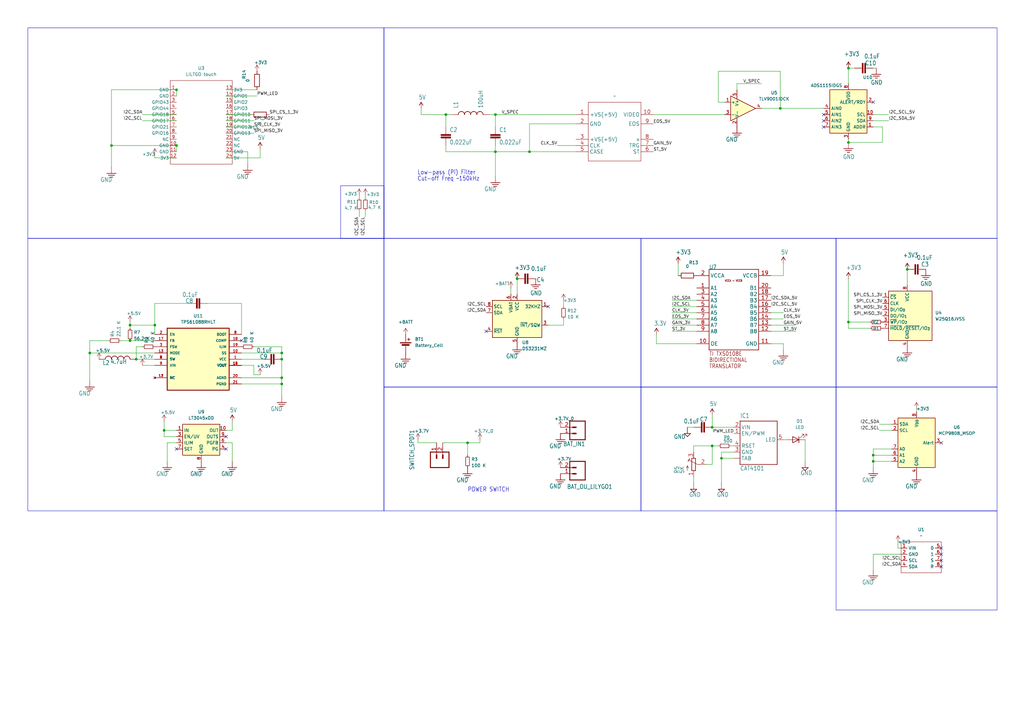
<source format=kicad_sch>
(kicad_sch (version 20250114) (generator "eeschema") (generator_version "9.0")
  (paper "A3")
  (rectangle (start 342.9 158.75) (end 408.94 209.55))
  (rectangle (start 262.89 97.79) (end 342.9 158.75))
  (rectangle (start 11.43 11.43) (end 157.48 97.79))
  (rectangle (start 342.9 209.55) (end 408.94 250.19))
  (rectangle (start 139.7 76.2) (end 157.48 97.79))
  (rectangle (start 262.89 158.75) (end 342.9 209.55))
  (rectangle (start 157.48 97.79) (end 262.89 158.75))
  (rectangle (start 157.48 11.43) (end 408.94 97.79))
  (rectangle (start 11.43 97.79) (end 157.48 209.55))
  (rectangle (start 342.9 97.79) (end 408.94 158.75))
  (text "Low-pass (Pi) Filter" (at 171.196 71.882 0) (effects (font (size 1.778 1.5113)) (justify left bottom)))
  (text "POWER SWITCH" (at 191.77 201.93 0) (effects (font (size 1.778 1.5113)) (justify left bottom)))
  (text "Cut-off Freq ~150kHz" (at 171.196 74.422 0) (effects (font (size 1.778 1.5113)) (justify left bottom)))
  (junction (at 67.31 176.53))
  (junction (at 358.14 186.69))
  (junction (at 115.57 157.48))
  (junction (at 212.09 114.3))
  (junction (at 203.2 62.23))
  (junction (at 55.88 147.32))
  (junction (at 292.1 182.88))
  (junction (at 347.98 27.94))
  (junction (at 115.57 154.94))
  (junction (at 295.91 187.96))
  (junction (at 372.11 110.49))
  (junction (at 182.88 46.99))
  (junction (at 115.57 147.32))
  (junction (at 203.2 46.99))
  (junction (at 115.57 144.78))
  (junction (at 292.1 175.26))
  (junction (at 217.17 62.23))
  (junction (at 358.14 189.23))
  (junction (at 53.34 139.7))
  (junction (at 191.77 181.61))
  (junction (at 45.72 59.69))
  (junction (at 63.5 133.35))
  (junction (at 72.39 59.69))
  (junction (at 347.98 132.08))
  (junction (at 53.34 133.35))
  (junction (at 347.98 58.42))
  (junction (at 36.83 144.78))
  (junction (at 320.04 44.45))
  (junction (at 72.39 36.83))
  (no_connect (at 386.08 229.87))
  (no_connect (at 337.82 49.53))
  (no_connect (at 358.14 41.91))
  (no_connect (at 199.39 135.89))
  (no_connect (at 92.71 179.07))
  (no_connect (at 386.08 232.41))
  (no_connect (at 72.39 184.15))
  (no_connect (at 224.79 125.73))
  (no_connect (at 337.82 46.99))
  (no_connect (at 337.82 52.07))
  (no_connect (at 386.08 224.79))
  (no_connect (at 99.06 139.7))
  (no_connect (at 92.71 184.15))
  (no_connect (at 386.08 227.33))
  (no_connect (at 386.08 181.61))
  (wire (pts (xy 115.57 144.78) (xy 115.57 147.32)))
  (wire (pts (xy 105.41 36.83) (xy 92.71 36.83)))
  (wire (pts (xy 368.3 222.25) (xy 368.3 224.79)))
  (wire (pts (xy 347.98 114.3) (xy 347.98 132.08)))
  (wire (pts (xy 284.48 198.12) (xy 284.48 195.58)) (stroke (width 0.1524)))
  (wire (pts (xy 321.31 140.97) (xy 321.31 143.51)) (stroke (width 0.1524)))
  (wire (pts (xy 203.2 52.07) (xy 203.2 46.99)) (stroke (width 0.1524)))
  (wire (pts (xy 212.09 114.3) (xy 212.09 120.65)))
  (wire (pts (xy 294.64 29.21) (xy 294.64 41.91)) (stroke (width 0.1524)))
  (wire (pts (xy 58.42 149.86) (xy 63.5 149.86)))
  (wire (pts (xy 316.23 140.97) (xy 321.31 140.97)) (stroke (width 0.1524)))
  (wire (pts (xy 72.39 179.07) (xy 67.31 179.07)))
  (wire (pts (xy 269.24 137.16) (xy 269.24 140.97)) (stroke (width 0.1524)))
  (wire (pts (xy 172.72 46.99) (xy 172.72 44.45)) (stroke (width 0.1524)))
  (wire (pts (xy 364.49 49.53) (xy 358.14 49.53)))
  (wire (pts (xy 99.06 157.48) (xy 115.57 157.48)))
  (wire (pts (xy 45.72 59.69) (xy 72.39 59.69)))
  (wire (pts (xy 99.06 124.46) (xy 99.06 137.16)))
  (wire (pts (xy 284.48 182.88) (xy 292.1 182.88)) (stroke (width 0.1524)))
  (wire (pts (xy 203.2 62.23) (xy 182.88 62.23)) (stroke (width 0.1524)))
  (wire (pts (xy 347.98 132.08) (xy 356.87 132.08)))
  (wire (pts (xy 358.14 189.23) (xy 365.76 189.23)))
  (wire (pts (xy 106.68 64.77) (xy 106.68 60.96)))
  (wire (pts (xy 102.87 46.99) (xy 92.71 46.99)))
  (wire (pts (xy 360.68 173.99) (xy 365.76 173.99)))
  (wire (pts (xy 191.77 181.61) (xy 196.85 181.61)) (stroke (width 0.1524)))
  (wire (pts (xy 53.34 132.08) (xy 53.34 133.35)))
  (wire (pts (xy 292.1 175.26) (xy 300.99 175.26)))
  (wire (pts (xy 347.98 27.94) (xy 347.98 34.29)))
  (wire (pts (xy 292.1 190.5) (xy 292.1 182.88)) (stroke (width 0.1524)))
  (wire (pts (xy 53.34 133.35) (xy 53.34 134.62)))
  (wire (pts (xy 347.98 58.42) (xy 347.98 57.15)))
  (wire (pts (xy 92.71 64.77) (xy 106.68 64.77)))
  (wire (pts (xy 45.72 68.58) (xy 45.72 59.69)))
  (wire (pts (xy 320.04 44.45) (xy 337.82 44.45)) (stroke (width 0.1524)))
  (wire (pts (xy 95.25 181.61) (xy 95.25 189.23)))
  (wire (pts (xy 53.34 139.7) (xy 63.5 139.7)))
  (wire (pts (xy 316.23 133.35) (xy 326.39 133.35)) (stroke (width 0.1524)))
  (wire (pts (xy 294.64 41.91) (xy 297.18 41.91)) (stroke (width 0.1524)))
  (wire (pts (xy 115.57 154.94) (xy 115.57 157.48)))
  (wire (pts (xy 275.59 125.73) (xy 285.75 125.73)))
  (wire (pts (xy 189.23 181.61) (xy 191.77 181.61)) (stroke (width 0.1524)))
  (wire (pts (xy 104.14 49.53) (xy 92.71 49.53)))
  (wire (pts (xy 95.25 176.53) (xy 92.71 176.53)))
  (wire (pts (xy 321.31 130.81) (xy 316.23 130.81)))
  (wire (pts (xy 278.13 107.95) (xy 278.13 113.03)))
  (wire (pts (xy 115.57 162.56) (xy 115.57 157.48)))
  (wire (pts (xy 72.39 36.83) (xy 72.39 39.37)))
  (wire (pts (xy 67.31 179.07) (xy 67.31 176.53)))
  (wire (pts (xy 312.42 44.45) (xy 320.04 44.45)) (stroke (width 0.1524)))
  (wire (pts (xy 358.14 227.33) (xy 369.57 227.33)))
  (wire (pts (xy 358.14 52.07) (xy 361.95 52.07)))
  (wire (pts (xy 182.88 52.07) (xy 182.88 46.99)) (stroke (width 0.1524)))
  (wire (pts (xy 68.58 181.61) (xy 72.39 181.61)))
  (wire (pts (xy 55.88 147.32) (xy 63.5 147.32)))
  (wire (pts (xy 171.45 181.61) (xy 171.45 180.34)))
  (polyline (pts (xy 262.89 158.75) (xy 157.48 158.75)) (stroke (width 0.1524) (type solid)))
  (wire (pts (xy 181.61 181.61) (xy 189.23 181.61)))
  (wire (pts (xy 99.06 147.32) (xy 107.95 147.32)))
  (wire (pts (xy 292.1 182.88) (xy 294.64 182.88)))
  (wire (pts (xy 321.31 180.34) (xy 322.58 180.34)))
  (wire (pts (xy 72.39 59.69) (xy 72.39 62.23)))
  (wire (pts (xy 302.26 36.83) (xy 302.26 34.29)) (stroke (width 0.1524)))
  (wire (pts (xy 267.97 46.99) (xy 297.18 46.99)))
  (wire (pts (xy 67.31 176.53) (xy 72.39 176.53)))
  (wire (pts (xy 365.76 186.69) (xy 358.14 186.69)))
  (wire (pts (xy 104.14 142.24) (xy 115.57 142.24)))
  (wire (pts (xy 203.2 46.99) (xy 236.22 46.99)) (stroke (width 0.1524)))
  (wire (pts (xy 358.14 27.94) (xy 359.41 27.94)))
  (wire (pts (xy 101.6 67.31) (xy 101.6 62.23)))
  (wire (pts (xy 347.98 134.62) (xy 347.98 132.08)))
  (wire (pts (xy 191.77 181.61) (xy 191.77 186.69)))
  (wire (pts (xy 179.07 181.61) (xy 171.45 181.61)))
  (wire (pts (xy 58.42 142.24) (xy 55.88 142.24)))
  (wire (pts (xy 68.58 189.23) (xy 68.58 181.61)))
  (wire (pts (xy 372.11 110.49) (xy 372.11 116.84)))
  (wire (pts (xy 285.75 135.89) (xy 275.59 135.89)) (stroke (width 0.1524)))
  (wire (pts (xy 365.76 184.15) (xy 358.14 184.15)))
  (wire (pts (xy 350.52 27.94) (xy 347.98 27.94)))
  (wire (pts (xy 364.49 46.99) (xy 358.14 46.99)))
  (wire (pts (xy 321.31 128.27) (xy 316.23 128.27)))
  (wire (pts (xy 358.14 233.68) (xy 358.14 227.33)))
  (wire (pts (xy 85.09 124.46) (xy 99.06 124.46)))
  (wire (pts (xy 55.88 142.24) (xy 55.88 147.32)))
  (wire (pts (xy 295.91 185.42) (xy 295.91 187.96)) (stroke (width 0.1524)))
  (wire (pts (xy 115.57 154.94) (xy 99.06 154.94)))
  (wire (pts (xy 106.68 153.67) (xy 104.14 153.67)))
  (wire (pts (xy 358.14 184.15) (xy 358.14 186.69)))
  (wire (pts (xy 63.5 124.46) (xy 63.5 133.35)))
  (wire (pts (xy 182.88 46.99) (xy 172.72 46.99)) (stroke (width 0.1524)))
  (wire (pts (xy 182.88 59.69) (xy 182.88 62.23)) (stroke (width 0.1524)))
  (wire (pts (xy 36.83 139.7) (xy 44.45 139.7)))
  (wire (pts (xy 275.59 130.81) (xy 285.75 130.81)))
  (wire (pts (xy 58.42 49.53) (xy 72.39 49.53)))
  (wire (pts (xy 149.86 86.36) (xy 149.86 88.9)))
  (wire (pts (xy 316.23 135.89) (xy 326.39 135.89)) (stroke (width 0.1524)))
  (wire (pts (xy 92.71 181.61) (xy 95.25 181.61)))
  (wire (pts (xy 67.31 172.72) (xy 67.31 176.53)))
  (wire (pts (xy 36.83 156.21) (xy 36.83 144.78)))
  (wire (pts (xy 196.85 180.34) (xy 196.85 181.61)))
  (wire (pts (xy 149.86 80.01) (xy 149.86 81.28)))
  (wire (pts (xy 72.39 36.83) (xy 45.72 36.83)))
  (wire (pts (xy 320.04 44.45) (xy 320.04 29.21)) (stroke (width 0.1524)))
  (wire (pts (xy 104.14 149.86) (xy 99.06 149.86)))
  (wire (pts (xy 49.53 139.7) (xy 53.34 139.7)))
  (wire (pts (xy 231.14 130.81) (xy 231.14 133.35)))
  (wire (pts (xy 217.17 62.23) (xy 236.22 62.23)) (stroke (width 0.1524)))
  (wire (pts (xy 115.57 147.32) (xy 115.57 154.94)))
  (wire (pts (xy 217.17 50.8) (xy 217.17 62.23)))
  (wire (pts (xy 368.3 224.79) (xy 369.57 224.79)))
  (wire (pts (xy 99.06 144.78) (xy 115.57 144.78)))
  (wire (pts (xy 275.59 123.19) (xy 285.75 123.19)))
  (wire (pts (xy 104.14 153.67) (xy 104.14 149.86)))
  (wire (pts (xy 228.6 59.69) (xy 236.22 59.69)))
  (wire (pts (xy 292.1 170.18) (xy 292.1 175.26)))
  (wire (pts (xy 63.5 64.77) (xy 72.39 64.77)))
  (wire (pts (xy 203.2 59.69) (xy 203.2 62.23)) (stroke (width 0.1524)))
  (wire (pts (xy 361.95 52.07) (xy 361.95 58.42)))
  (wire (pts (xy 316.23 113.03) (xy 321.31 113.03)) (stroke (width 0.1524)))
  (wire (pts (xy 77.47 124.46) (xy 63.5 124.46)))
  (wire (pts (xy 361.95 58.42) (xy 347.98 58.42)))
  (wire (pts (xy 320.04 29.21) (xy 294.64 29.21)) (stroke (width 0.1524)))
  (wire (pts (xy 36.83 144.78) (xy 63.5 144.78)))
  (wire (pts (xy 95.25 172.72) (xy 95.25 176.53)))
  (wire (pts (xy 203.2 62.23) (xy 203.2 72.39)) (stroke (width 0.1524)))
  (wire (pts (xy 358.14 186.69) (xy 358.14 189.23)))
  (wire (pts (xy 209.55 118.11) (xy 209.55 120.65)))
  (polyline (pts (xy 157.48 158.75) (xy 157.48 209.55)) (stroke (width 0.1524) (type solid)))
  (wire (pts (xy 224.79 133.35) (xy 231.14 133.35)))
  (wire (pts (xy 212.09 113.03) (xy 212.09 114.3)))
  (polyline (pts (xy 157.48 209.55) (xy 262.89 209.55)) (stroke (width 0.1524) (type solid)))
  (wire (pts (xy 299.72 182.88) (xy 300.99 182.88)) (stroke (width 0.1524)))
  (wire (pts (xy 203.2 62.23) (xy 217.17 62.23)) (stroke (width 0.1524)))
  (polyline (pts (xy 262.89 209.55) (xy 262.89 158.75)) (stroke (width 0.1524) (type solid)))
  (wire (pts (xy 231.14 123.19) (xy 231.14 125.73)))
  (wire (pts (xy 182.88 46.99) (xy 185.42 46.99)) (stroke (width 0.1524)))
  (wire (pts (xy 289.56 190.5) (xy 292.1 190.5)) (stroke (width 0.1524)))
  (wire (pts (xy 302.26 34.29) (xy 312.42 34.29)) (stroke (width 0.1524)))
  (wire (pts (xy 63.5 63.5) (xy 63.5 64.77)))
  (wire (pts (xy 269.24 140.97) (xy 285.75 140.97)) (stroke (width 0.1524)))
  (wire (pts (xy 236.22 50.8) (xy 217.17 50.8)))
  (wire (pts (xy 104.14 52.07) (xy 92.71 52.07)))
  (wire (pts (xy 358.14 189.23) (xy 358.14 191.77)))
  (wire (pts (xy 295.91 187.96) (xy 295.91 198.12)) (stroke (width 0.1524)))
  (wire (pts (xy 200.66 46.99) (xy 203.2 46.99)) (stroke (width 0.1524)))
  (wire (pts (xy 321.31 113.03) (xy 321.31 107.95)) (stroke (width 0.1524)))
  (wire (pts (xy 147.32 80.01) (xy 147.32 81.28)))
  (wire (pts (xy 45.72 36.83) (xy 45.72 59.69)))
  (wire (pts (xy 300.99 185.42) (xy 295.91 185.42)) (stroke (width 0.1524)))
  (wire (pts (xy 105.41 39.37) (xy 92.71 39.37)))
  (wire (pts (xy 63.5 137.16) (xy 63.5 133.35)))
  (wire (pts (xy 281.94 175.26) (xy 284.48 175.26)) (stroke (width 0.1524)))
  (wire (pts (xy 58.42 46.99) (xy 72.39 46.99)))
  (wire (pts (xy 284.48 185.42) (xy 284.48 182.88)) (stroke (width 0.1524)))
  (wire (pts (xy 275.59 128.27) (xy 285.75 128.27)))
  (wire (pts (xy 115.57 142.24) (xy 115.57 144.78)))
  (wire (pts (xy 356.87 134.62) (xy 347.98 134.62)))
  (wire (pts (xy 360.68 176.53) (xy 365.76 176.53)))
  (wire (pts (xy 36.83 144.78) (xy 36.83 139.7)))
  (wire (pts (xy 63.5 133.35) (xy 53.34 133.35)))
  (wire (pts (xy 147.32 86.36) (xy 147.32 88.9)))
  (wire (pts (xy 330.2 189.23) (xy 330.2 180.34)))
  (wire (pts (xy 101.6 62.23) (xy 92.71 62.23)))
  (wire (pts (xy 285.75 133.35) (xy 275.59 133.35)) (stroke (width 0.1524)))
  (wire (pts (xy 104.14 54.61) (xy 92.71 54.61)))
  (wire (pts (xy 375.92 167.64) (xy 375.92 168.91)))
  (wire (pts (xy 300.99 187.96) (xy 295.91 187.96)) (stroke (width 0.1524)))
  (label "I2C_SDA_5V" (at 316.23 123.19 0) (effects (font (size 1.2446 1.2446))))
  (label "V_SPEC" (at 304.8 34.29 0) (effects (font (size 1.2446 1.2446))))
  (label "I2C_SDA" (at 369.57 232.41 180))
  (label "I2C_SCL" (at 149.86 88.9 270))
  (label "ST_3V" (at 275.59 135.89 0) (effects (font (size 1.2446 1.2446))))
  (label "I2C_SDA" (at 58.42 46.99 180))
  (label "SPI_CLK_3V" (at 104.14 52.07 0) (effects (font (size 1.2446 1.2446))))
  (label "CLK_5V" (at 228.6 59.69 180) (effects (font (size 1.2446 1.2446))))
  (label "I2C_SCL" (at 58.42 49.53 180))
  (label "GAIN_5V" (at 267.97 59.69 0) (effects (font (size 1.2446 1.2446))))
  (label "I2C_SCL" (at 275.59 125.73 0) (effects (font (size 1.2446 1.2446))))
  (label "GAIN_3V" (at 275.59 133.35 0) (effects (font (size 1.2446 1.2446))))
  (label "ST_5V" (at 267.97 62.23 0) (effects (font (size 1.2446 1.2446))))
  (label "EOS_5V" (at 267.97 50.8 0) (effects (font (size 1.2446 1.2446))))
  (label "I2C_SCL" (at 199.39 125.73 180))
  (label "EOS_5V" (at 321.31 130.81 0) (effects (font (size 1.2446 1.2446))))
  (label "SPI_MISO_3V" (at 104.14 54.61 0) (effects (font (size 1.2446 1.2446))))
  (label "CLK_5V" (at 321.31 128.27 0) (effects (font (size 1.2446 1.2446))))
  (label "SPI_MISO_3V" (at 361.95 129.54 180) (effects (font (size 1.2446 1.2446))))
  (label "V_SPEC" (at 205.74 46.99 0) (effects (font (size 1.2446 1.2446))))
  (label "GAIN_5V" (at 321.31 133.35 0) (effects (font (size 1.2446 1.2446))))
  (label "SPI_CLK_3V" (at 361.95 124.46 180) (effects (font (size 1.2446 1.2446))))
  (label "I2C_SCL_5V" (at 316.23 125.73 0) (effects (font (size 1.2446 1.2446))))
  (label "SPI_CS_1_3V" (at 110.49 46.99 0) (effects (font (size 1.2446 1.2446))))
  (label "EOS_3V" (at 275.59 130.81 0) (effects (font (size 1.2446 1.2446))))
  (label "SPI_CS_1_3V" (at 361.95 121.92 180) (effects (font (size 1.2446 1.2446))))
  (label "I2C_SCL" (at 369.57 229.87 180))
  (label "I2C_SDA" (at 275.59 123.19 0) (effects (font (size 1.2446 1.2446))))
  (label "I2C_SCL_5V" (at 364.49 46.99 0) (effects (font (size 1.2446 1.2446))))
  (label "I2C_SDA_5V" (at 364.49 49.53 0) (effects (font (size 1.2446 1.2446))))
  (label "I2C_SCL" (at 360.68 176.53 180))
  (label "PWM_LED" (at 105.41 39.37 0) (effects (font (size 1.2446 1.2446))))
  (label "I2C_SDA" (at 360.68 173.99 180))
  (label "SPI_MOSI_3V" (at 104.14 49.53 0) (effects (font (size 1.2446 1.2446))))
  (label "SPI_MOSI_3V" (at 361.95 127 180) (effects (font (size 1.2446 1.2446))))
  (label "PWM_LED" (at 300.99 177.8 180) (effects (font (size 1.2446 1.2446))))
  (label "I2C_SDA" (at 199.39 128.27 180))
  (label "ST_5V" (at 321.31 135.89 0) (effects (font (size 1.2446 1.2446))))
  (label "I2C_SDA" (at 147.32 88.9 270))
  (label "CLK_3V" (at 275.59 128.27 0) (effects (font (size 1.2446 1.2446))))
  (symbol (lib_id "motherboard_rev0-eagle-import:M02-JST-2MM-SMT") (at 181.61 189.23 90) (unit 1)
    (property "Reference" "SWITCH_SPDT1" (at 169.926 192.786 0) (effects (font (size 1.778 1.5113)) (justify left bottom)))
    (property "Value" "M02-JST-2MM-SMT" (effects (hide yes)))
    (property "Footprint" "Connector_JST:JST_EH_S2B-EH_1x02_P2.50mm_Horizontal" (effects (hide yes)))
    (property "Datasheet" "https://www.jst.fr/doc/jst/pdf/jst-connector-catalogue-vol-120e.pdf" (effects (hide yes)))
  )
  (symbol (lib_id "power:+3.3V") (at 171.45 180.34 0) (unit 1)
    (property "Reference" "#PWR010" (effects (hide yes)))
    (property "Value" "+3.7V" (at 172.974 176.784 0))
  )
  (symbol (lib_id "Device:R") (at 105.41 33.02 180) (unit 1)
    (property "Reference" "R14" (at 100.076 30.48 90))
    (property "Value" "0" (at 101.6 33.02 90))
    (property "Footprint" "Resistor_SMD:R_0603_1608Metric" (effects (hide yes)))
    (property "Description" "Resistor" (effects (hide yes)))
  )
  (symbol (lib_id "sensorboard_spectrometer_rev0-eagle-import:notes_mark5_CAP0603") (at 217.17 114.3 90) (unit 1)
    (property "Reference" "C4" (at 223.266 113.792 90) (effects (font (size 1.778 1.5113)) (justify left bottom)))
    (property "Value" "0.1uF" (at 224.282 109.22 90) (effects (font (size 1.778 1.5113)) (justify left bottom)))
    (property "Footprint" "Capacitor_SMD:C_0603_1608Metric" (effects (hide yes)))
    (property "Datasheet" "https://www.yageogroup.com/content/datasheet/asset/file/KEM_C1002_X7R_SMD" (effects (hide yes)))
    (property "MP" "C0603C104K3RACTU" (effects (hide yes)))
  )
  (symbol (lib_id "Device:R_Small") (at 359.41 132.08 90) (unit 1)
    (property "Reference" "R2" (at 360.426 132.08 90) (effects (justify left)))
    (property "Value" "10 K" (effects (hide yes)))
    (property "Footprint" "Resistor_SMD:R_0603_1608Metric" (effects (hide yes)))
    (property "Datasheet" "https://www.vishay.com/docs/60018/eh.pdf" (effects (hide yes)))
    (property "LCSC" "C25804" (effects (hide yes)))
    (property "MP" "M55342E12B10B0RT5" (effects (hide yes)))
  )
  (symbol (lib_id "Memory_Flash:W25Q16JVSS") (at 372.11 129.54 0) (unit 1)
    (property "Reference" "U4" (at 383.54 128.2699 0) (effects (justify left)))
    (property "Value" "W25Q16JVSS" (at 383.54 130.8099 0) (effects (justify left)))
    (property "Footprint" "Package_SO:SOIC-8_5.3x5.3mm_P1.27mm" (effects (hide yes)))
    (property "Datasheet" "https://www.winbond.com/hq/support/documentation/levelOne.jsp?__locale=en&DocNo=DA00-W25Q16JV.1" (effects (hide yes)))
    (property "Description" "16Mbit / 2MiB Serial Flash Memory, Standard/Dual/Quad SPI, 2.7-3.6V, SOIC-8 (208 mil)" (effects (hide yes)))
  )
  (symbol (lib_id "sensorboard_spectrometer_rev0-eagle-import:notes_mark5_GND") (at 375.92 196.85 0) (unit 1)
    (property "Reference" "#GND014" (effects (hide yes)))
    (property "Value" "GND" (at 371.348 200.406 0) (effects (font (size 1.778 1.5113)) (justify left bottom)))
  )
  (symbol (lib_id "sensorboard_spectrometer_rev0-eagle-import:INDUCTOR0805") (at 48.26 147.32 90) (unit 1)
    (property "Reference" "L2" (at 44.958 147.828 90) (effects (font (size 1.778 1.5113)) (justify left bottom)))
    (property "Value" "4.7uH" (at 52.07 147.32 90) (effects (font (size 1.778 1.5113)) (justify left bottom)))
    (property "Footprint" "Inductor_SMD:L_0603_1608Metric" (effects (hide yes)))
    (property "Datasheet" "https://search.murata.co.jp/Ceramy/image/img/P02/JELF243A-0111.pdf" (effects (hide yes)))
    (property "MP" "LQW18AS4N7G00D" (effects (hide yes)))
  )
  (symbol (lib_id "Device:Battery_Cell") (at 166.37 142.24 0) (unit 1)
    (property "Reference" "BT1" (at 170.18 139.1284 0) (effects (justify left)))
    (property "Value" "Battery_Cell" (at 170.18 141.6684 0) (effects (justify left)))
    (property "Footprint" "Battery:BatteryHolder_MYOUNG_BS-07-A1BJ001_CR2032" (effects (hide yes)))
    (property "Datasheet" "https://www.mouser.be/datasheet/3/201/1/1058.PDF" (effects (hide yes)))
    (property "Description" "Single-cell battery" (effects (hide yes)))
  )
  (symbol (lib_id "sensorboard_spectrometer_rev0-eagle-import:5V") (at 106.68 60.96 0) (unit 1)
    (property "Reference" "#U$01" (effects (hide yes)))
    (property "Value" "5V" (at 105.664 57.404 0) (effects (font (size 1.778 1.5113)) (justify left bottom)))
  )
  (symbol (lib_id "sensorboard_spectrometer_rev0-eagle-import:3.3V") (at 347.98 27.94 0) (unit 1)
    (property "Reference" "#P+03" (effects (hide yes)))
    (property "Value" "+3V3" (at 346.202 23.114 0) (effects (font (size 1.778 1.5113)) (justify left bottom)))
  )
  (symbol (lib_id "sensorboard_spectrometer_rev0-eagle-import:3.3V") (at 269.24 137.16 0) (unit 1)
    (property "Reference" "#P+8" (effects (hide yes)))
    (property "Value" "3.3V" (at 268.224 133.604 0) (effects (font (size 1.778 1.5113)) (justify left bottom)))
  )
  (symbol (lib_id "power:+3.3V") (at 106.68 153.67 0) (unit 1)
    (property "Reference" "#PWR013" (effects (hide yes)))
    (property "Value" "+5.5V" (at 108.204 150.114 0))
  )
  (symbol (lib_id "sensoress:AS7331") (at 373.38 227.33 0) (unit 1)
    (property "Reference" "U1" (at 377.825 217.17 0))
    (property "Value" "~" (at 377.825 219.71 0))
    (property "Footprint" "mioss:as7331_SMD" (effects (hide yes)))
  )
  (symbol (lib_id "power:+3.3V") (at 67.31 172.72 0) (unit 1)
    (property "Reference" "#PWR018" (effects (hide yes)))
    (property "Value" "+5.5V" (at 68.834 169.164 0))
  )
  (symbol (lib_id "sensorboard_spectrometer_rev0-eagle-import:5V") (at 95.25 172.72 0) (unit 1)
    (property "Reference" "#U$03" (effects (hide yes)))
    (property "Value" "5V" (at 94.234 169.164 0) (effects (font (size 1.778 1.5113)) (justify left bottom)))
  )
  (symbol (lib_id "sensorboard_spectrometer_rev0-eagle-import:notes_mark5_CAP0603") (at 287.02 175.26 270) (unit 1)
    (property "Reference" "C7" (at 287.02 172.974 90) (effects (font (size 1.778 1.5113)) (justify left bottom)))
    (property "Value" "0.1uF" (at 280.416 173.736 90) (effects (font (size 1.778 1.5113)) (justify left bottom)))
    (property "Footprint" "Capacitor_SMD:C_0603_1608Metric" (effects (hide yes)))
    (property "Datasheet" "https://www.yageogroup.com/content/datasheet/asset/file/KEM_C1002_X7R_SMD" (effects (hide yes)))
    (property "MP" "C0603C104K3RACTU" (effects (hide yes)))
  )
  (symbol (lib_id "power:+3.3V") (at 196.85 180.34 0) (unit 1)
    (property "Reference" "#PWR09" (effects (hide yes)))
    (property "Value" "+3.7V_0" (at 198.374 176.784 0))
  )
  (symbol (lib_id "sensorboard_spectrometer_rev0-eagle-import:GND") (at 359.41 30.48 0) (unit 1)
    (property "Reference" "#GND021" (effects (hide yes)))
    (property "Value" "GND" (at 357.124 34.798 0) (effects (font (size 1.778 1.5113)) (justify left bottom)))
  )
  (symbol (lib_id "power:+3.3V") (at 147.32 80.01 0) (unit 1)
    (property "Reference" "#PWR020" (effects (hide yes)))
    (property "Value" "+3V3" (at 143.764 79.502 0))
  )
  (symbol (lib_id "sensorboard_spectrometer_rev0-eagle-import:GND") (at 321.31 146.05 0) (unit 1)
    (property "Reference" "#GND11" (effects (hide yes)))
    (property "Value" "GND" (at 316.738 149.606 0) (effects (font (size 1.778 1.5113)) (justify left bottom)))
  )
  (symbol (lib_id "Timer_RTC:DS3231MZ") (at 212.09 130.81 0) (unit 1)
    (property "Reference" "U8" (at 214.1094 140.4604 0) (effects (justify left)))
    (property "Value" "DS3231MZ" (at 214.1094 142.9973 0) (effects (justify left)))
    (property "Footprint" "Package_SO:SOIC-8_3.9x4.9mm_P1.27mm" (effects (hide yes)))
    (property "Datasheet" "http://datasheets.maximintegrated.com/en/ds/DS3231M.pdf" (effects (hide yes)))
    (property "LCSC" "C107410" (effects (hide yes)))
    (property "MP" "DS3231MZ+" (effects (hide yes)))
  )
  (symbol (lib_id "sensorboard_spectrometer_rev0-eagle-import:notes_mark5_CAP0603") (at 377.19 110.49 90) (unit 1)
    (property "Reference" "C3" (at 381 107.442 90) (effects (font (size 1.778 1.5113)) (justify left bottom)))
    (property "Value" "0.1uF" (at 382.524 104.648 90) (effects (font (size 1.778 1.5113)) (justify left bottom)))
    (property "Footprint" "Capacitor_SMD:C_0603_1608Metric" (effects (hide yes)))
    (property "Datasheet" "https://www.yageogroup.com/content/datasheet/asset/file/KEM_C1002_X7R_SMD" (effects (hide yes)))
    (property "MP" "C0603C104K3RACTU" (effects (hide yes)))
  )
  (symbol (lib_id "sensorboard_spectrometer_rev0-eagle-import:GND") (at 219.71 116.84 0) (unit 1)
    (property "Reference" "#GND013" (effects (hide yes)))
    (property "Value" "GND" (at 217.424 121.158 0) (effects (font (size 1.778 1.5113)) (justify left bottom)))
  )
  (symbol (lib_id "sensorboard_spectrometer_rev0-eagle-import:notes_mark5_GND") (at 45.72 71.12 0) (unit 1)
    (property "Reference" "#GND04" (effects (hide yes)))
    (property "Value" "GND" (at 41.148 74.676 0) (effects (font (size 1.778 1.5113)) (justify left bottom)))
  )
  (symbol (lib_id "sensorboard_spectrometer_rev0-eagle-import:3.3V") (at 278.13 107.95 0) (unit 1)
    (property "Reference" "#P+7" (effects (hide yes)))
    (property "Value" "+3V3" (at 277.114 104.394 0) (effects (font (size 1.778 1.5113)) (justify left bottom)))
  )
  (symbol (lib_id "power:+BATT") (at 209.55 118.11 0) (unit 1)
    (property "Reference" "#PWR04" (effects (hide yes)))
    (property "Value" "+BATT" (at 205.994 116.332 0))
    (property "Description" "Power symbol creates a global label with name \"+BATT\"" (effects (hide yes)))
  )
  (symbol (lib_id "Device:R") (at 281.94 113.03 90) (unit 1)
    (property "Reference" "R13" (at 284.48 107.696 90))
    (property "Value" "0" (at 281.94 109.22 90))
    (property "Footprint" "Resistor_SMD:R_0603_1608Metric" (effects (hide yes)))
    (property "Description" "Resistor" (effects (hide yes)))
  )
  (symbol (lib_id "sensorboard_spectrometer_rev0-eagle-import:GND") (at 347.98 60.96 0) (unit 1)
    (property "Reference" "#GND022" (effects (hide yes)))
    (property "Value" "GND" (at 345.694 65.278 0) (effects (font (size 1.778 1.5113)) (justify left bottom)))
  )
  (symbol (lib_id "Sensor_Temperature:MCP9808_MSOP") (at 375.92 181.61 0) (unit 1)
    (property "Reference" "U6" (at 392.43 175.1898 0))
    (property "Value" "MCP9808_MSOP" (at 392.43 177.7298 0))
    (property "Footprint" "Package_SO:MSOP-8_3x3mm_P0.65mm" (effects (hide yes)))
    (property "Datasheet" "http://ww1.microchip.com/downloads/en/DeviceDoc/22203b.pdf" (effects (hide yes)))
    (property "Description" "±0.25°C (±0.5°C) Typical (Maximum), Digital Temperature Sensor, MSOP-8" (effects (hide yes)))
    (property "MP" "MCP9808_MSOP" (effects (hide yes)))
  )
  (symbol (lib_id "motherboard_rev0-eagle-import:M02-JST-2MM-SMT") (at 237.49 175.26 180) (unit 1)
    (property "Reference" "BAT_IN1" (at 240.03 181.102 0) (effects (font (size 1.778 1.5113)) (justify left bottom)))
    (property "Value" "M02-JST-2MM-SMT" (effects (hide yes)))
    (property "Footprint" "Connector_JST:JST_EH_S2B-EH_1x02_P2.50mm_Horizontal" (effects (hide yes)))
    (property "Datasheet" "https://www.jst.fr/doc/jst/pdf/jst-connector-catalogue-vol-120e.pdf" (effects (hide yes)))
  )
  (symbol (lib_id "sensorboard_spectrometer_rev0-eagle-import:notes_mark5_GND") (at 101.6 69.85 0) (unit 1)
    (property "Reference" "#GND01" (effects (hide yes)))
    (property "Value" "GND" (at 97.028 73.406 0) (effects (font (size 1.778 1.5113)) (justify left bottom)))
  )
  (symbol (lib_id "sensorboard_spectrometer_rev0-eagle-import:notes_mark5_CAP0603") (at 355.6 27.94 90) (unit 1)
    (property "Reference" "C10" (at 359.41 24.892 90) (effects (font (size 1.778 1.5113)) (justify left bottom)))
    (property "Value" "0.1uF" (at 360.934 22.098 90) (effects (font (size 1.778 1.5113)) (justify left bottom)))
    (property "Footprint" "Capacitor_SMD:C_0603_1608Metric" (effects (hide yes)))
    (property "Datasheet" "https://www.yageogroup.com/content/datasheet/asset/file/KEM_C1002_X7R_SMD" (effects (hide yes)))
    (property "MP" "C0603C104K3RACTU" (effects (hide yes)))
  )
  (symbol (lib_id "power:+BATT") (at 166.37 137.16 0) (unit 1)
    (property "Reference" "#PWR03" (effects (hide yes)))
    (property "Value" "+BATT" (at 166.37 132.08 0))
    (property "Description" "Power symbol creates a global label with name \"+BATT\"" (effects (hide yes)))
  )
  (symbol (lib_id "F9ZYROSHVXBZZL3-eagle-import:GND") (at 330.2 191.77 0) (unit 1)
    (property "Reference" "#SUPPLY05" (effects (hide yes)))
    (property "Value" "GND" (at 328.295 194.945 0) (effects (font (size 1.778 1.5113)) (justify left bottom)))
  )
  (symbol (lib_id "power:+3.3V") (at 53.34 132.08 0) (unit 1)
    (property "Reference" "#PWR017" (effects (hide yes)))
    (property "Value" "+5.5V" (at 54.864 128.524 0))
  )
  (symbol (lib_id "sensorboard_spectrometer_rev0-eagle-import:GND") (at 379.73 113.03 0) (unit 1)
    (property "Reference" "#GND09" (effects (hide yes)))
    (property "Value" "GND" (at 377.444 117.348 0) (effects (font (size 1.778 1.5113)) (justify left bottom)))
  )
  (symbol (lib_id "sensorboard_spectrometer_rev0-eagle-import:notes_mark5_GND") (at 203.2 74.93 0) (unit 1)
    (property "Reference" "#GND2" (effects (hide yes)))
    (property "Value" "GND" (at 198.628 78.486 0) (effects (font (size 1.778 1.5113)) (justify left bottom)))
  )
  (symbol (lib_id "sensorboard_spectrometer_rev0-eagle-import:notes_mark5_GND") (at 302.26 54.61 0) (unit 1)
    (property "Reference" "#GND3" (effects (hide yes)))
    (property "Value" "GND" (at 297.688 58.166 0) (effects (font (size 1.778 1.5113)) (justify left bottom)))
  )
  (symbol (lib_id "sensorboard_spectrometer_rev0-eagle-import:notes_mark5_CAP0603") (at 113.03 147.32 90) (unit 1)
    (property "Reference" "C9" (at 109.728 145.288 90) (effects (font (size 1.778 1.5113)) (justify left bottom)))
    (property "Value" "0.1uF" (at 111.76 142.748 90) (effects (font (size 1.778 1.5113)) (justify left bottom)))
    (property "Footprint" "Capacitor_SMD:C_0603_1608Metric" (effects (hide yes)))
    (property "Datasheet" "https://www.yageogroup.com/content/datasheet/asset/file/KEM_C1002_X7R_SMD" (effects (hide yes)))
    (property "MP" "C0603C104K3RACTU" (effects (hide yes)))
  )
  (symbol (lib_id "sensorboard_spectrometer_rev0-eagle-import:notes_mark5_GND") (at 358.14 236.22 0) (unit 1)
    (property "Reference" "#GND05" (effects (hide yes)))
    (property "Value" "GND" (at 353.568 239.776 0) (effects (font (size 1.778 1.5113)) (justify left bottom)))
  )
  (symbol (lib_id "power:+3.3V") (at 58.42 149.86 0) (unit 1)
    (property "Reference" "#PWR012" (effects (hide yes)))
    (property "Value" "+3.7V" (at 59.944 146.304 0))
  )
  (symbol (lib_id "sensoress:C12880MA") (at 247.65 53.34 0) (unit 1)
    (property "Reference" "U2" (effects (hide yes)))
    (property "Value" "~" (at 252.095 39.37 0))
    (property "Footprint" "mioss:C12880MA_SMD" (effects (hide yes)))
  )
  (symbol (lib_id "sensorboard_spectrometer_rev0-eagle-import:5V") (at 292.1 170.18 0) (unit 1)
    (property "Reference" "#U$02" (effects (hide yes)))
    (property "Value" "5V" (at 291.084 166.624 0) (effects (font (size 1.778 1.5113)) (justify left bottom)))
  )
  (symbol (lib_id "sensorboard_spectrometer_rev0-eagle-import:notes_mark5_GND") (at 82.55 191.77 0) (unit 1)
    (property "Reference" "#GND019" (effects (hide yes)))
    (property "Value" "GND" (at 77.978 195.326 0) (effects (font (size 1.778 1.5113)) (justify left bottom)))
  )
  (symbol (lib_id "power:+3.3V") (at 229.87 191.77 0) (unit 1)
    (property "Reference" "#PWR08" (effects (hide yes)))
    (property "Value" "+3.7V" (at 231.394 188.214 0))
  )
  (symbol (lib_id "micross:lilugo-touch_1.9{dblquote}") (at 85.09 49.53 0) (unit 1)
    (property "Reference" "U3" (at 82.55 27.94 0))
    (property "Value" "LILTGO touch" (at 82.55 30.48 0))
    (property "Footprint" "micross:Untitled" (effects (hide yes)))
    (property "Datasheet" "https://github.com/Xinyuan-LilyGO/T-Display-S3" (effects (hide yes)))
  )
  (symbol (lib_id "sensorboard_spectrometer_rev0-eagle-import:notes_mark5_GND") (at 229.87 196.85 0) (unit 1)
    (property "Reference" "#GND012" (effects (hide yes)))
    (property "Value" "GND" (at 225.298 200.406 0) (effects (font (size 1.778 1.5113)) (justify left bottom)))
  )
  (symbol (lib_id "sensorboard_spectrometer_rev0-eagle-import:notes_mark5_GND") (at 212.09 143.51 0) (unit 1)
    (property "Reference" "#GND06" (effects (hide yes)))
    (property "Value" "GND" (at 207.518 147.066 0) (effects (font (size 1.778 1.5113)) (justify left bottom)))
  )
  (symbol (lib_id "F9ZYROSHVXBZZL3-eagle-import:GND") (at 295.91 200.66 0) (unit 1)
    (property "Reference" "#SUPPLY2" (effects (hide yes)))
    (property "Value" "GND" (at 294.005 203.835 0) (effects (font (size 1.778 1.5113)) (justify left bottom)))
  )
  (symbol (lib_id "Device:R_Small") (at 147.32 83.82 0) (unit 1)
    (property "Reference" "R11" (at 142.24 82.804 0) (effects (justify left)))
    (property "Value" "4.7 K" (at 141.224 85.344 0) (effects (justify left)))
    (property "Footprint" "Resistor_SMD:R_0603_1608Metric" (effects (hide yes)))
    (property "Datasheet" "https://www.vishay.com/docs/31010/rcwpm.pdf" (effects (hide yes)))
    (property "LCSC" "C25804" (effects (hide yes)))
    (property "MP" "M55342K12B4E75RS2" (effects (hide yes)))
  )
  (symbol (lib_id "Device:R_Small") (at 60.96 142.24 90) (unit 1)
    (property "Reference" "R9" (at 60.1253 140.7414 0) (effects (justify left)))
    (property "Value" "40 K" (at 62.6622 140.7414 0) (effects (justify left)))
    (property "Footprint" "Resistor_SMD:R_0603_1608Metric" (effects (hide yes)))
    (property "Datasheet" "https://www.vishay.com/docs/31010/rcwpm.pdf" (effects (hide yes)))
    (property "LCSC" "C25804" (effects (hide yes)))
    (property "MP" "M55342K12B39E2RS2" (effects (hide yes)))
  )
  (symbol (lib_id "Device:R") (at 106.68 46.99 270) (unit 1)
    (property "Reference" "R15" (at 104.14 52.324 90))
    (property "Value" "0" (at 106.68 50.8 90))
    (property "Footprint" "Resistor_SMD:R_0603_1608Metric" (effects (hide yes)))
    (property "Description" "Resistor" (effects (hide yes)))
  )
  (symbol (lib_id "Device:R_Small") (at 149.86 83.82 0) (unit 1)
    (property "Reference" "R10" (at 151.3586 82.9853 0) (effects (justify left)))
    (property "Value" "4.7 K" (at 150.876 85.09 0) (effects (justify left)))
    (property "Footprint" "Resistor_SMD:R_0603_1608Metric" (effects (hide yes)))
    (property "Datasheet" "https://www.vishay.com/docs/31010/rcwpm.pdf" (effects (hide yes)))
    (property "LCSC" "C25804" (effects (hide yes)))
    (property "MP" "M55342K12B4E75RS2" (effects (hide yes)))
  )
  (symbol (lib_id "motherboard_rev0-eagle-import:M02-JST-2MM-SMT") (at 237.49 191.77 180) (unit 1)
    (property "Reference" "BAT_OU_LILYGO1" (at 251.206 198.628 0) (effects (font (size 1.778 1.5113)) (justify left bottom)))
    (property "Value" "M02-JST-2MM-SMT" (effects (hide yes)))
    (property "Footprint" "Connector_JST:JST_EH_S2B-EH_1x02_P2.50mm_Horizontal" (effects (hide yes)))
    (property "Datasheet" "https://www.jst.fr/doc/jst/pdf/jst-connector-catalogue-vol-120e.pdf" (effects (hide yes)))
  )
  (symbol (lib_id "Device:R_Small") (at 53.34 137.16 0) (unit 1)
    (property "Reference" "R7" (at 54.8386 136.3253 0) (effects (justify left)))
    (property "Value" "56.2 K" (at 54.8386 138.8622 0) (effects (justify left)))
    (property "Footprint" "Resistor_SMD:R_0603_1608Metric" (effects (hide yes)))
    (property "Datasheet" "https://www.vishay.com/docs/31010/rcwpm.pdf" (effects (hide yes)))
    (property "LCSC" "C25804" (effects (hide yes)))
    (property "MP" "M55342K12B56E2RWB" (effects (hide yes)))
  )
  (symbol (lib_id "sensorboard_spectrometer_rev0-eagle-import:notes_mark5_GND") (at 36.83 158.75 0) (unit 1)
    (property "Reference" "#GND016" (effects (hide yes)))
    (property "Value" "GND" (at 32.258 162.306 0) (effects (font (size 1.778 1.5113)) (justify left bottom)))
  )
  (symbol (lib_id "Device:R_Small") (at 101.6 142.24 90) (unit 1)
    (property "Reference" "R8" (at 100.7653 140.7414 0) (effects (justify left)))
    (property "Value" "40 K" (at 103.3022 140.7414 0) (effects (justify left)))
    (property "Footprint" "Resistor_SMD:R_0603_1608Metric" (effects (hide yes)))
    (property "Datasheet" "https://www.vishay.com/docs/31010/rcwpm.pdf" (effects (hide yes)))
    (property "LCSC" "C25804" (effects (hide yes)))
    (property "MP" "M55342K12B39E2RS2" (effects (hide yes)))
  )
  (symbol (lib_id "sensorboard_spectrometer_rev0-eagle-import:notes_mark5_CAP0603") (at 82.55 124.46 90) (unit 1)
    (property "Reference" "C8" (at 79.248 122.428 90) (effects (font (size 1.778 1.5113)) (justify left bottom)))
    (property "Value" "0.1uF" (at 81.28 119.888 90) (effects (font (size 1.778 1.5113)) (justify left bottom)))
    (property "Footprint" "Capacitor_SMD:C_0603_1608Metric" (effects (hide yes)))
    (property "Datasheet" "https://www.yageogroup.com/content/datasheet/asset/file/KEM_C1002_X7R_SMD" (effects (hide yes)))
    (property "MP" "C0603C104K3RACTU" (effects (hide yes)))
  )
  (symbol (lib_id "Device:R_Small") (at 231.14 128.27 0) (unit 1)
    (property "Reference" "R12" (at 232.6386 127.4353 0) (effects (justify left)))
    (property "Value" "10 K" (at 232.6386 129.9722 0) (effects (justify left)))
    (property "Footprint" "Resistor_SMD:R_0603_1608Metric" (effects (hide yes)))
    (property "Datasheet" "https://www.vishay.com/docs/60018/eh.pdf" (effects (hide yes)))
    (property "LCSC" "C25804" (effects (hide yes)))
    (property "MP" "M55342E12B10B0RT5" (effects (hide yes)))
  )
  (symbol (lib_id "motherboard_rev0-eagle-import:GND") (at 191.77 194.31 0) (unit 1)
    (property "Reference" "#GND89" (effects (hide yes)))
    (property "Value" "GND" (at 187.198 197.866 0) (effects (font (size 1.778 1.5113)) (justify left bottom)))
  )
  (symbol (lib_id "F9ZYROSHVXBZZL3-eagle-import:CAT4101") (at 311.15 180.34 0) (unit 1)
    (property "Reference" "IC1" (at 303.53 171.45 0) (effects (font (size 1.778 1.5113)) (justify left bottom)))
    (property "Value" "CAT4101" (at 303.53 193.04 0) (effects (font (size 1.778 1.5113)) (justify left bottom)))
    (property "Footprint" "Package_TO_SOT_SMD:TO-263-5_TabPin6" (effects (hide yes)))
    (property "Datasheet" "https://www.alldatasheet.es/datasheet-pdf/pdf/352063/ONSEMI/CAT4101.html" (effects (hide yes)))
  )
  (symbol (lib_id "F9ZYROSHVXBZZL3-eagle-import:GND") (at 281.94 177.8 0) (unit 1)
    (property "Reference" "#SUPPLY01" (effects (hide yes)))
    (property "Value" "GND" (at 276.352 180.086 0) (effects (font (size 1.778 1.5113)) (justify left bottom)))
  )
  (symbol (lib_id "Amplifier_Operational:TLV9001IDCK") (at 302.26 44.45 0) (unit 1)
    (property "Reference" "U5" (at 317.5 38.0298 0))
    (property "Value" "TLV9001IDCK" (at 317.5 40.5698 0))
    (property "Footprint" "Package_TO_SOT_SMD:SOT-353_SC-70-5" (effects (hide yes)))
    (property "Datasheet" "https://www.ti.com/lit/ds/symlink/tlv9001.pdf?HQS=dis-dk-null-digikeymode-dsf-pf-null-wwe&ts=1762853433630&ref_url=https%253A%252F%252Fwww.ti.com%252Fgeneral%252Fdocs%252Fsuppproductinfo.tsp%253FdistId%253D10%2526gotoUrl%253Dhttps%253A%252F%252Fwww.ti.com%252Flit%252Fgpn%252Ftlv9001" (effects (hide yes)))
    (property "Description" "Low-power, Rail-to-Rail, 1MHz Operational Amplifier, SOT-353" (effects (hide yes)))
    (property "MP" "TLV9001IDCKR" (effects (hide yes)))
  )
  (symbol (lib_id "sensorboard_spectrometer_rev0-eagle-import:5V") (at 321.31 107.95 0) (unit 1)
    (property "Reference" "#U$12" (effects (hide yes)))
    (property "Value" "5V" (at 320.294 104.394 0) (effects (font (size 1.778 1.5113)) (justify left bottom)))
  )
  (symbol (lib_id "Device:LED") (at 326.39 180.34 180) (unit 1)
    (property "Reference" "D1" (at 327.9775 172.72 0))
    (property "Value" "LED" (at 327.9775 175.26 0))
    (property "Footprint" "Connector_JST:JST_EH_S2B-EH_1x02_P2.50mm_Horizontal" (effects (hide yes)))
    (property "Datasheet" "https://www.jst.fr/doc/jst/pdf/jst-connector-catalogue-vol-120e.pdf" (effects (hide yes)))
    (property "Description" "Light emitting diode" (effects (hide yes)))
    (property "Sim.Pins" "1=K 2=A" (effects (hide yes)))
  )
  (symbol (lib_id "sensorboard_spectrometer_rev0-eagle-import:GND") (at 372.11 144.78 0) (unit 1)
    (property "Reference" "#GND08" (effects (hide yes)))
    (property "Value" "GND" (at 367.538 148.336 0) (effects (font (size 1.778 1.5113)) (justify left bottom)))
  )
  (symbol (lib_id "sensorboard_spectrometer_rev0-eagle-import:3.3V") (at 347.98 114.3 0) (unit 1)
    (property "Reference" "#P+02" (effects (hide yes)))
    (property "Value" "+3V3" (at 346.964 110.744 0) (effects (font (size 1.778 1.5113)) (justify left bottom)))
  )
  (symbol (lib_id "sensorboard_spectrometer_rev0-eagle-import:notes_mark5_CAP0603") (at 182.88 57.15 0) (unit 1)
    (property "Reference" "C2" (at 184.404 54.229 0) (effects (font (size 1.778 1.5113)) (justify left bottom)))
    (property "Value" "0.022uF" (at 184.404 59.309 0) (effects (font (size 1.778 1.5113)) (justify left bottom)))
    (property "Footprint" "Capacitor_SMD:C_0603_1608Metric" (effects (hide yes)))
    (property "Datasheet" "https://www.yageogroup.com/content/datasheet/asset/file/KEM_C1002_X7R_SMD" (effects (hide yes)))
    (property "MP" "C0603C223K5RACTU" (effects (hide yes)))
  )
  (symbol (lib_id "F9ZYROSHVXBZZL3-eagle-import:R-TRIMM64W") (at 284.48 190.5 0) (unit 1)
    (property "Reference" "R5" (at 278.511 194.31 90) (effects (font (size 1.778 1.5113)) (justify left bottom)))
    (property "Value" "5K" (at 280.67 194.31 90) (effects (font (size 1.778 1.5113)) (justify left bottom)))
    (property "Footprint" "Potentiometer_THT:Potentiometer_Runtron_RM-065_Vertical" (effects (hide yes)))
    (property "Datasheet" "https://www.bourns.com/docs/Product-Datasheets/3386.pdf" (effects (hide yes)))
    (property "MP" "3386F-1-502TLF" (effects (hide yes)))
  )
  (symbol (lib_id "Regulator_Linear:LT3045xDD") (at 82.55 179.07 0) (unit 1)
    (property "Reference" "U9" (at 82.55 168.91 0))
    (property "Value" "LT3045xDD" (at 82.55 171.45 0))
    (property "Footprint" "Package_DFN_QFN:DFN-10-1EP_3x3mm_P0.5mm_EP1.65x2.38mm" (effects (hide yes)))
    (property "Datasheet" "https://www.analog.com/media/en/technical-documentation/data-sheets/3045fa.pdf" (effects (hide yes)))
    (property "Description" "500mA, Adjustable, Ultralow Noise, Ultrahigh PSRR Linear Regulator, DFN-10" (effects (hide yes)))
  )
  (symbol (lib_id "Device:R_Small") (at 359.41 134.62 90) (unit 1)
    (property "Reference" "R1" (at 360.68 134.874 90) (effects (justify left)))
    (property "Value" "10 K" (effects (hide yes)))
    (property "Footprint" "Resistor_SMD:R_0603_1608Metric" (effects (hide yes)))
    (property "Datasheet" "https://www.vishay.com/docs/60018/eh.pdf" (effects (hide yes)))
    (property "LCSC" "C25804" (effects (hide yes)))
    (property "MP" "M55342E12B10B0RT5" (effects (hide yes)))
  )
  (symbol (lib_id "power:+3.3V") (at 231.14 123.19 0) (unit 1)
    (property "Reference" "#PWR016" (effects (hide yes)))
    (property "Value" "+3V3" (at 233.68 123.19 0))
  )
  (symbol (lib_id "power:+3.3V") (at 149.86 80.01 0) (unit 1)
    (property "Reference" "#PWR019" (effects (hide yes)))
    (property "Value" "+3V3" (at 152.908 79.756 0))
  )
  (symbol (lib_id "TPS61088RHLT:TPS61088RHLT") (at 81.28 147.32 0) (unit 1)
    (property "Reference" "U11" (at 81.28 129.54 0))
    (property "Value" "TPS61088RHLT" (at 81.28 132.08 0))
    (property "Footprint" "mioss:IC_MSP430FR2522IRHLR" (effects (hide yes)))
    (property "Datasheet" "https://www.ti.com/lit/ds/symlink/tps61088.pdf?HQS=dis-dk-null-digikeymode-dsf-pf-null-wwe&ts=1762891137847&ref_url=https%253A%252F%252Fwww.ti.com%252Fgeneral%252Fdocs%252Fsuppproductinfo.tsp%253FdistId%253D10%2526gotoUrl%253Dhttps%253A%252F%252Fwww.ti.com%252Flit%252Fgpn%252Ftps61088" (effects (hide yes)))
    (property "MF" "Texas Instruments" (effects (hide yes)))
    (property "MAXIMUM_PACKAGE_HEIGHT" "1.00mm" (effects (hide yes)))
    (property "Package" "VQFN-20 Texas Instruments" (effects (hide yes)))
    (property "Price" "None" (effects (hide yes)))
    (property "Check_prices" "https://www.snapeda.com/parts/TPS61088RHLT/Texas+Instruments/view-part/?ref=eda" (effects (hide yes)))
    (property "STANDARD" "Manufacturer Recommendations" (effects (hide yes)))
    (property "PARTREV" "August 2021" (effects (hide yes)))
    (property "SnapEDA_Link" "https://www.snapeda.com/parts/TPS61088RHLT/Texas+Instruments/view-part/?ref=snap" (effects (hide yes)))
    (property "MP" "TPS61088RHLT" (effects (hide yes)))
    (property "Description_1" "10-A Fully-Integrated Synchronous Boost Converter" (effects (hide yes)))
    (property "SNAPEDA_PN" "TPS61088RHLT" (effects (hide yes)))
    (property "Availability" "In Stock" (effects (hide yes)))
    (property "MANUFACTURER" "Texas Instruments" (effects (hide yes)))
  )
  (symbol (lib_id "power:+3.3V") (at 368.3 222.25 0) (unit 1)
    (property "Reference" "#PWR05" (effects (hide yes)))
    (property "Value" "+3V3" (at 370.84 222.25 0))
  )
  (symbol (lib_id "power:+3.3V") (at 40.64 147.32 0) (unit 1)
    (property "Reference" "#PWR015" (effects (hide yes)))
    (property "Value" "+5.5V" (at 42.164 143.764 0))
  )
  (symbol (lib_id "sensorboard_spectrometer_rev0-eagle-import:notes_mark5_GND") (at 68.58 191.77 0) (unit 1)
    (property "Reference" "#GND020" (effects (hide yes)))
    (property "Value" "GND" (at 64.008 195.326 0) (effects (font (size 1.778 1.5113)) (justify left bottom)))
  )
  (symbol (lib_id "sensorboard_spectrometer_rev0-eagle-import:notes_mark5_CAP0603") (at 203.2 57.15 0) (unit 1)
    (property "Reference" "C1" (at 204.724 54.229 0) (effects (font (size 1.778 1.5113)) (justify left bottom)))
    (property "Value" "0.022uF" (at 204.724 59.309 0) (effects (font (size 1.778 1.5113)) (justify left bottom)))
    (property "Footprint" "Capacitor_SMD:C_0603_1608Metric" (effects (hide yes)))
    (property "Datasheet" "https://www.yageogroup.com/content/datasheet/asset/file/KEM_C1002_X7R_SMD" (effects (hide yes)))
    (property "MP" "C0603C223K5RACTU" (effects (hide yes)))
  )
  (symbol (lib_id "Device:R_Small") (at 46.99 139.7 90) (unit 1)
    (property "Reference" "R4" (at 46.1553 138.2014 0) (effects (justify left)))
    (property "Value" "22.1 K" (at 48.6922 138.2014 0) (effects (justify left)))
    (property "Footprint" "Resistor_SMD:R_0603_1608Metric" (effects (hide yes)))
    (property "Datasheet" "https://www.vishay.com/docs/31010/rcwpm.pdf" (effects (hide yes)))
    (property "LCSC" "C25804" (effects (hide yes)))
    (property "MP" "M55342K12B20E0RS2" (effects (hide yes)))
  )
  (symbol (lib_id "Device:R_Small") (at 191.77 189.23 0) (unit 1)
    (property "Reference" "R3" (at 193.2686 188.3953 0) (effects (justify left)))
    (property "Value" "100 K" (at 193.2686 190.9322 0) (effects (justify left)))
    (property "Footprint" "Resistor_SMD:R_0603_1608Metric" (effects (hide yes)))
    (property "Datasheet" "https://www.vishay.com/docs/31010/rcwpm.pdf" (effects (hide yes)))
    (property "LCSC" "C25804" (effects (hide yes)))
    (property "MP" "M55342K12B100ERS2" (effects (hide yes)))
  )
  (symbol (lib_id "sensorboard_spectrometer_rev0-eagle-import:notes_mark5_GND") (at 95.25 191.77 0) (unit 1)
    (property "Reference" "#GND018" (effects (hide yes)))
    (property "Value" "GND" (at 90.678 195.326 0) (effects (font (size 1.778 1.5113)) (justify left bottom)))
  )
  (symbol (lib_id "F9ZYROSHVXBZZL3-eagle-import:GND") (at 284.48 200.66 0) (unit 1)
    (property "Reference" "#SUPPLY3" (effects (hide yes)))
    (property "Value" "GND" (at 282.575 203.835 0) (effects (font (size 1.778 1.5113)) (justify left bottom)))
  )
  (symbol (lib_id "power:+3.3V") (at 375.92 167.64 0) (unit 1)
    (property "Reference" "#PWR011" (effects (hide yes)))
    (property "Value" "+3V3" (at 378.46 167.64 0))
  )
  (symbol (lib_id "sensorboard_spectrometer_rev0-eagle-import:notes_mark5_GND") (at 229.87 180.34 0) (unit 1)
    (property "Reference" "#GND010" (effects (hide yes)))
    (property "Value" "GND" (at 225.298 183.896 0) (effects (font (size 1.778 1.5113)) (justify left bottom)))
  )
  (symbol (lib_id "power:+3.3V") (at 63.5 63.5 0) (unit 1)
    (property "Reference" "#PWR02" (effects (hide yes)))
    (property "Value" "+3V3" (at 60.96 63.246 0))
  )
  (symbol (lib_id "power:+3.3V") (at 229.87 175.26 0) (unit 1)
    (property "Reference" "#PWR07" (effects (hide yes)))
    (property "Value" "+3.7V_0" (at 231.394 171.704 0))
  )
  (symbol (lib_id "Analog_ADC:ADS1115IDGS") (at 347.98 46.99 0) (unit 1)
    (property "Reference" "U10" (at 353.9333 31.75 0) (effects (justify left)))
    (property "Value" "ADS1115IDGS" (at 332.486 35.052 0) (effects (justify left)))
    (property "Footprint" "Package_SO:TSSOP-10_3x3mm_P0.5mm" (effects (hide yes)))
    (property "Datasheet" "http://www.ti.com/lit/ds/symlink/ads1113.pdf" (effects (hide yes)))
    (property "Description" "Ultra-Small, Low-Power, I2C-Compatible, 860-SPS, 16-Bit ADCs With Internal Reference, Oscillator, and Programmable Comparator, VSSOP-10" (effects (hide yes)))
    (property "MP" "ADS1115IDGS" (effects (hide yes)))
  )
  (symbol (lib_id "power:+3.3V") (at 105.41 29.21 0) (unit 1)
    (property "Reference" "#PWR01" (effects (hide yes)))
    (property "Value" "+3V3" (at 106.934 25.654 0))
  )
  (symbol (lib_id "sensorboard_spectrometer_rev0-eagle-import:5V") (at 172.72 44.45 0) (unit 1)
    (property "Reference" "#U$4" (effects (hide yes)))
    (property "Value" "5V" (at 171.704 40.894 0) (effects (font (size 1.778 1.5113)) (justify left bottom)))
  )
  (symbol (lib_id "sensorboard_spectrometer_rev0-eagle-import:INDUCTOR0805") (at 193.04 46.99 90) (unit 1)
    (property "Reference" "L1" (at 187.96 44.45 0) (effects (font (size 1.778 1.5113)) (justify left bottom)))
    (property "Value" "100uH" (at 198.12 44.45 0) (effects (font (size 1.778 1.5113)) (justify left bottom)))
    (property "Footprint" "Inductor_SMD:L_0603_1608Metric" (effects (hide yes)))
    (property "Datasheet" "https://search.murata.co.jp/Ceramy/image/img/P02/JELF243A-0111.pdf" (effects (hide yes)))
    (property "MP" "LQW18ASR10G00D" (effects (hide yes)))
  )
  (symbol (lib_id "sensorboard_spectrometer_rev0-eagle-import:notes_mark5_GND") (at 358.14 194.31 0) (unit 1)
    (property "Reference" "#GND015" (effects (hide yes)))
    (property "Value" "GND" (at 353.568 197.866 0) (effects (font (size 1.778 1.5113)) (justify left bottom)))
  )
  (symbol (lib_id "sensorboard_spectrometer_rev0-eagle-import:3.3V") (at 212.09 114.3 0) (unit 1)
    (property "Reference" "#P+04" (effects (hide yes)))
    (property "Value" "+3V3" (at 211.074 110.744 0) (effects (font (size 1.778 1.5113)) (justify left bottom)))
  )
  (symbol (lib_id "sensorboard_spectrometer_rev0-eagle-import:TRANSLATOR-TXS0108E") (at 300.99 125.73 0) (unit 1)
    (property "Reference" "U7" (at 290.83 110.49 0) (effects (font (size 1.6764 1.4249)) (justify left bottom)))
    (property "Value" "TRANSLATOR-TXS0108E" (effects (hide yes)))
    (property "Footprint" "Package_SO:TSSOP-20_4.4x5mm_P0.5mm" (effects (hide yes)))
    (property "Datasheet" "https://www.ti.com/lit/ds/symlink/txs0108e.pdf" (effects (hide yes)))
  )
  (symbol (lib_id "sensorboard_spectrometer_rev0-eagle-import:notes_mark5_GND") (at 115.57 165.1 0) (unit 1)
    (property "Reference" "#GND017" (effects (hide yes)))
    (property "Value" "GND" (at 110.998 168.656 0) (effects (font (size 1.778 1.5113)) (justify left bottom)))
  )
  (symbol (lib_id "Device:R_Small") (at 297.18 182.88 90) (unit 1)
    (property "Reference" "R6" (at 299.466 179.324 90) (effects (justify left)))
    (property "Value" "500" (at 300.482 180.848 90) (effects (justify left)))
    (property "Footprint" "Resistor_SMD:R_0603_1608Metric" (effects (hide yes)))
    (property "Datasheet" "https://www.vishay.com/docs/31010/rcwpm.pdf" (effects (hide yes)))
    (property "LCSC" "C25804" (effects (hide yes)))
    (property "MP" "M55342K12B590DRS2" (effects (hide yes)))
  )
  (symbol (lib_id "sensorboard_spectrometer_rev0-eagle-import:3.3V") (at 372.11 110.49 0) (unit 1)
    (property "Reference" "#P+01" (effects (hide yes)))
    (property "Value" "+3V3" (at 370.332 105.664 0) (effects (font (size 1.778 1.5113)) (justify left bottom)))
  )
  (symbol (lib_id "sensorboard_spectrometer_rev0-eagle-import:notes_mark5_GND") (at 166.37 147.32 0) (unit 1)
    (property "Reference" "#GND07" (effects (hide yes)))
    (property "Value" "GND" (at 161.798 150.876 0) (effects (font (size 1.778 1.5113)) (justify left bottom)))
  )
)
</source>
